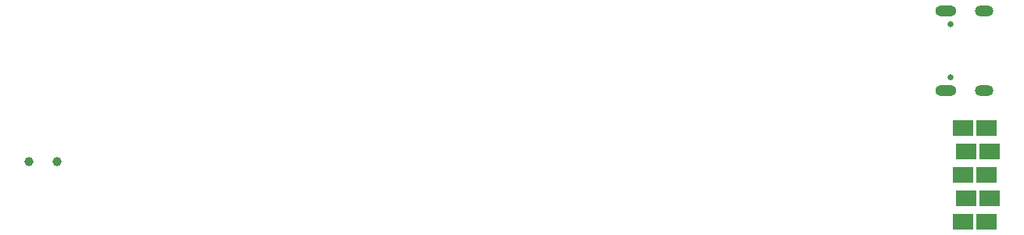
<source format=gbr>
G04 DipTrace 3.3.1.3*
G04 BottomMask.gbr*
%MOIN*%
G04 #@! TF.FileFunction,Soldermask,Bot*
G04 #@! TF.Part,Single*
%ADD43C,0.025591*%
%ADD44C,0.03937*%
%ADD62R,0.086614X0.066929*%
%ADD66O,0.090551X0.047244*%
%ADD68O,0.07874X0.047244*%
%FSLAX26Y26*%
G04*
G70*
G90*
G75*
G01*
G04 BotMask*
%LPD*%
D68*
X8520079Y1634252D3*
D66*
X8356693D3*
D68*
X8520079Y1294094D3*
D66*
X8356693D3*
D43*
X8376378Y1350394D3*
Y1577953D3*
D62*
X8529528Y934646D3*
X8541470Y834383D3*
X8529528Y734646D3*
X8429528Y934646D3*
X8429659Y1134383D3*
X8441339Y1034646D3*
X8441470Y834514D3*
X8429528Y734646D3*
X8541601Y1034514D3*
X8529528Y1134646D3*
D44*
X4564496Y989126D3*
X4445759D3*
M02*

</source>
